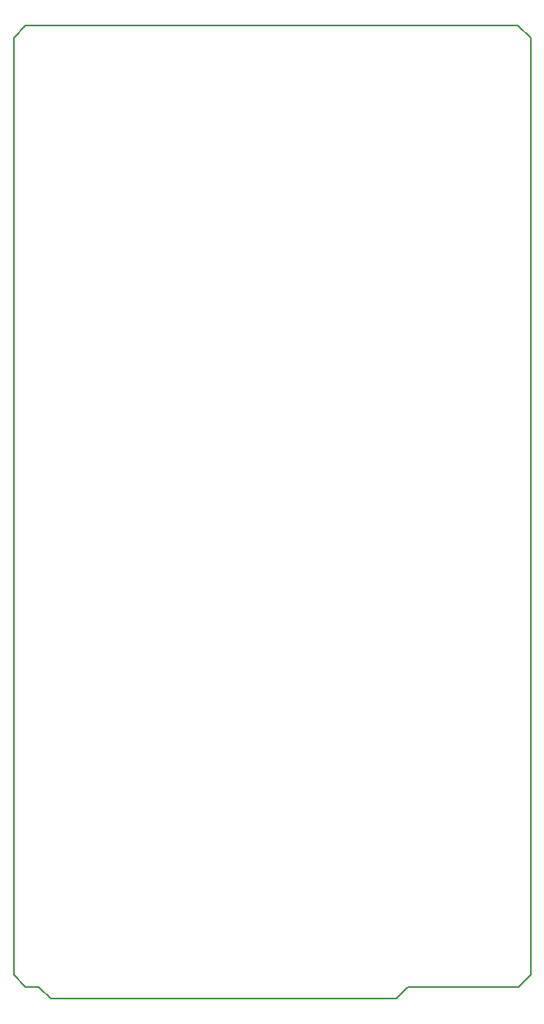
<source format=gbr>
G04 #@! TF.FileFunction,Profile,NP*
%FSLAX46Y46*%
G04 Gerber Fmt 4.6, Leading zero omitted, Abs format (unit mm)*
G04 Created by KiCad (PCBNEW 4.0.2-stable) date 23.05.2016 12:24:01*
%MOMM*%
G01*
G04 APERTURE LIST*
%ADD10C,0.100000*%
%ADD11C,0.150000*%
G04 APERTURE END LIST*
D10*
D11*
X59700000Y-167250000D02*
X59750000Y-167250000D01*
X58450000Y-166000000D02*
X59700000Y-167250000D01*
X110500000Y-68200000D02*
X111800000Y-69500000D01*
X58450000Y-69450000D02*
X58450000Y-69500000D01*
X59700000Y-68200000D02*
X58450000Y-69450000D01*
X61050000Y-167250000D02*
X59750000Y-167250000D01*
X62300000Y-168500000D02*
X61050000Y-167250000D01*
X97900000Y-168500000D02*
X62300000Y-168500000D01*
X99150000Y-167250000D02*
X97900000Y-168500000D01*
X110550000Y-167250000D02*
X99150000Y-167250000D01*
X111800000Y-166000000D02*
X110550000Y-167250000D01*
X111800000Y-69500000D02*
X111800000Y-166000000D01*
X58450000Y-69500000D02*
X58450000Y-166000000D01*
X59700000Y-68200000D02*
X110500000Y-68200000D01*
M02*

</source>
